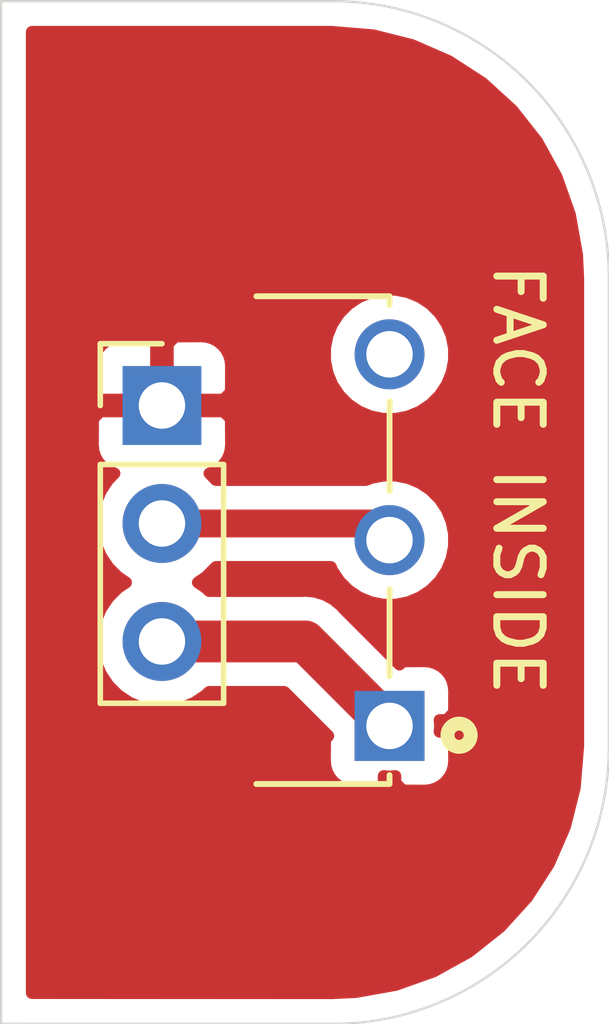
<source format=kicad_pcb>
(kicad_pcb (version 20171130) (host pcbnew "(5.1.10)-1")

  (general
    (thickness 1.6)
    (drawings 7)
    (tracks 4)
    (zones 0)
    (modules 2)
    (nets 4)
  )

  (page A4)
  (layers
    (0 F.Cu signal)
    (31 B.Cu signal)
    (32 B.Adhes user)
    (33 F.Adhes user)
    (34 B.Paste user)
    (35 F.Paste user)
    (36 B.SilkS user)
    (37 F.SilkS user)
    (38 B.Mask user)
    (39 F.Mask user)
    (40 Dwgs.User user)
    (41 Cmts.User user)
    (42 Eco1.User user)
    (43 Eco2.User user)
    (44 Edge.Cuts user)
    (45 Margin user)
    (46 B.CrtYd user)
    (47 F.CrtYd user)
    (48 B.Fab user)
    (49 F.Fab user)
  )

  (setup
    (last_trace_width 0.25)
    (user_trace_width 0.5)
    (user_trace_width 0.6)
    (user_trace_width 0.7)
    (user_trace_width 0.8)
    (user_trace_width 0.9)
    (user_trace_width 1)
    (trace_clearance 0.2)
    (zone_clearance 0.508)
    (zone_45_only no)
    (trace_min 0.2)
    (via_size 0.8)
    (via_drill 0.4)
    (via_min_size 0.4)
    (via_min_drill 0.3)
    (uvia_size 0.3)
    (uvia_drill 0.1)
    (uvias_allowed no)
    (uvia_min_size 0.2)
    (uvia_min_drill 0.1)
    (edge_width 0.05)
    (segment_width 0.2)
    (pcb_text_width 0.3)
    (pcb_text_size 1.5 1.5)
    (mod_edge_width 0.12)
    (mod_text_size 1 1)
    (mod_text_width 0.15)
    (pad_size 2.1 2.1)
    (pad_drill 1.4)
    (pad_to_mask_clearance 0)
    (aux_axis_origin 0 0)
    (visible_elements 7FFFFFFF)
    (pcbplotparams
      (layerselection 0x010f0_ffffffff)
      (usegerberextensions true)
      (usegerberattributes true)
      (usegerberadvancedattributes true)
      (creategerberjobfile true)
      (excludeedgelayer true)
      (linewidth 0.100000)
      (plotframeref false)
      (viasonmask false)
      (mode 1)
      (useauxorigin false)
      (hpglpennumber 1)
      (hpglpenspeed 20)
      (hpglpendiameter 15.000000)
      (psnegative false)
      (psa4output false)
      (plotreference true)
      (plotvalue false)
      (plotinvisibletext false)
      (padsonsilk false)
      (subtractmaskfromsilk false)
      (outputformat 1)
      (mirror false)
      (drillshape 0)
      (scaleselection 1)
      (outputdirectory "gerbers/"))
  )

  (net 0 "")
  (net 1 "Net-(J1-Pad2)")
  (net 2 GND)
  (net 3 +5V)

  (net_class Default "This is the default net class."
    (clearance 0.2)
    (trace_width 0.25)
    (via_dia 0.8)
    (via_drill 0.4)
    (uvia_dia 0.3)
    (uvia_drill 0.1)
    (add_net +5V)
    (add_net GND)
    (add_net "Net-(J1-Pad2)")
  )

  (module RV100F-30-4K1B-B10K-B301:TRIM_RV100F-30-4K1B-B10K-B301 (layer F.Cu) (tedit 610C0975) (tstamp 6105DEC5)
    (at 194.48588 142.40764 90)
    (path /6107874A)
    (fp_text reference RV1 (at -2.7432 0.11622 90) (layer B.SilkS) hide
      (effects (font (size 1 1) (thickness 0.15)) (justify mirror))
    )
    (fp_text value R_POT (at 0.89358 -0.16318 90) (layer B.Fab) hide
      (effects (font (size 1 1) (thickness 0.15)) (justify mirror))
    )
    (fp_circle (center -4.2 9) (end -4.1 9) (layer F.Fab) (width 0.3))
    (fp_circle (center -4.2 9) (end -4.1 9) (layer F.SilkS) (width 0.3))
    (fp_line (start 5.5 8.5) (end 5.5 4.725) (layer F.CrtYd) (width 0.05))
    (fp_line (start -5.5 8.5) (end 5.5 8.5) (layer F.CrtYd) (width 0.05))
    (fp_line (start -5.5 4.725) (end -5.5 8.5) (layer F.CrtYd) (width 0.05))
    (fp_line (start 5.25 7.5) (end 5.25 4.63) (layer F.SilkS) (width 0.127))
    (fp_line (start 5.06 7.5) (end 5.25 7.5) (layer F.SilkS) (width 0.127))
    (fp_line (start 2.93 7.5) (end 2.99 7.51) (layer F.SilkS) (width 0.127))
    (fp_line (start 1.06 7.5) (end 2.93 7.5) (layer F.SilkS) (width 0.127))
    (fp_line (start -2.93 7.5) (end -1.06 7.5) (layer F.SilkS) (width 0.127))
    (fp_line (start -5.25 7.5) (end -5.06 7.5) (layer F.SilkS) (width 0.127))
    (fp_line (start -5.25 4.63) (end -5.25 7.5) (layer F.SilkS) (width 0.127))
    (fp_line (start 5.25 7.5) (end 5.25 4.63) (layer F.Fab) (width 0.127))
    (fp_line (start -5.25 7.5) (end 5.25 7.5) (layer F.Fab) (width 0.127))
    (fp_line (start -5.25 4.63) (end -5.25 7.5) (layer F.Fab) (width 0.127))
    (pad 1 thru_hole rect (at -4 7.5 90) (size 1.508 1.508) (drill 1) (layers *.Cu *.Mask)
      (net 2 GND))
    (pad 2 thru_hole circle (at 0 7.5 90) (size 1.508 1.508) (drill 1) (layers *.Cu *.Mask)
      (net 1 "Net-(J1-Pad2)"))
    (pad 3 thru_hole circle (at 4 7.5 90) (size 1.508 1.508) (drill 1) (layers *.Cu *.Mask)
      (net 3 +5V))
  )

  (module Connector_PinHeader_2.54mm:PinHeader_1x03_P2.54mm_Vertical (layer F.Cu) (tedit 59FED5CC) (tstamp 6105DEA8)
    (at 197.0786 139.5095)
    (descr "Through hole straight pin header, 1x03, 2.54mm pitch, single row")
    (tags "Through hole pin header THT 1x03 2.54mm single row")
    (path /61079F4B)
    (fp_text reference J1 (at 0 -2.33) (layer F.SilkS) hide
      (effects (font (size 1 1) (thickness 0.15)))
    )
    (fp_text value " " (at 0 7.41) (layer F.Fab)
      (effects (font (size 1 1) (thickness 0.15)))
    )
    (fp_line (start 1.8 -1.8) (end -1.8 -1.8) (layer F.CrtYd) (width 0.05))
    (fp_line (start 1.8 6.85) (end 1.8 -1.8) (layer F.CrtYd) (width 0.05))
    (fp_line (start -1.8 6.85) (end 1.8 6.85) (layer F.CrtYd) (width 0.05))
    (fp_line (start -1.8 -1.8) (end -1.8 6.85) (layer F.CrtYd) (width 0.05))
    (fp_line (start -1.33 -1.33) (end 0 -1.33) (layer F.SilkS) (width 0.12))
    (fp_line (start -1.33 0) (end -1.33 -1.33) (layer F.SilkS) (width 0.12))
    (fp_line (start -1.33 1.27) (end 1.33 1.27) (layer F.SilkS) (width 0.12))
    (fp_line (start 1.33 1.27) (end 1.33 6.41) (layer F.SilkS) (width 0.12))
    (fp_line (start -1.33 1.27) (end -1.33 6.41) (layer F.SilkS) (width 0.12))
    (fp_line (start -1.33 6.41) (end 1.33 6.41) (layer F.SilkS) (width 0.12))
    (fp_line (start -1.27 -0.635) (end -0.635 -1.27) (layer F.Fab) (width 0.1))
    (fp_line (start -1.27 6.35) (end -1.27 -0.635) (layer F.Fab) (width 0.1))
    (fp_line (start 1.27 6.35) (end -1.27 6.35) (layer F.Fab) (width 0.1))
    (fp_line (start 1.27 -1.27) (end 1.27 6.35) (layer F.Fab) (width 0.1))
    (fp_line (start -0.635 -1.27) (end 1.27 -1.27) (layer F.Fab) (width 0.1))
    (fp_text user %R (at 0 2.54 90) (layer F.Fab)
      (effects (font (size 1 1) (thickness 0.15)))
    )
    (pad 1 thru_hole rect (at 0 0) (size 1.7 1.7) (drill 1) (layers *.Cu *.Mask)
      (net 2 GND))
    (pad 2 thru_hole oval (at 0 2.54) (size 1.7 1.7) (drill 1) (layers *.Cu *.Mask)
      (net 1 "Net-(J1-Pad2)"))
    (pad 3 thru_hole oval (at 0 5.08) (size 1.7 1.7) (drill 1) (layers *.Cu *.Mask)
      (net 3 +5V))
    (model ${KISYS3DMOD}/Connector_PinHeader_2.54mm.3dshapes/PinHeader_1x03_P2.54mm_Vertical.wrl
      (at (xyz 0 0 0))
      (scale (xyz 1 1 1))
      (rotate (xyz 0 0 0))
    )
  )

  (gr_line (start 200.76414 130.80492) (end 193.6115 130.80492) (layer Edge.Cuts) (width 0.05))
  (gr_line (start 206.71536 146.86788) (end 206.71536 136.7536) (layer Edge.Cuts) (width 0.05))
  (gr_arc (start 200.766929 136.7536) (end 206.71536 136.7536) (angle -90) (layer Edge.Cuts) (width 0.05) (tstamp 6118C63E))
  (gr_line (start 193.6115 152.8191) (end 200.76668 152.82164) (layer Edge.Cuts) (width 0.05))
  (gr_arc (start 200.76668 146.873209) (end 200.76668 152.82164) (angle -90) (layer Edge.Cuts) (width 0.05))
  (gr_text "FACE INSIDE" (at 204.75448 141.10462 270) (layer F.SilkS) (tstamp 6118C52C)
    (effects (font (size 1 1) (thickness 0.15)))
  )
  (gr_line (start 193.6115 130.80492) (end 193.6115 152.8191) (layer Edge.Cuts) (width 0.05))

  (segment (start 201.62774 142.0495) (end 201.98588 142.40764) (width 0.6) (layer F.Cu) (net 1))
  (segment (start 197.0786 142.0495) (end 201.62774 142.0495) (width 0.6) (layer F.Cu) (net 1))
  (segment (start 200.16774 144.5895) (end 201.98588 146.40764) (width 0.9) (layer F.Cu) (net 3))
  (segment (start 197.0786 144.5895) (end 200.16774 144.5895) (width 0.9) (layer F.Cu) (net 3))

  (zone (net 2) (net_name GND) (layer F.Cu) (tstamp 0) (hatch edge 0.508)
    (connect_pads (clearance 0.508))
    (min_thickness 0.254)
    (fill yes (arc_segments 32) (thermal_gap 0.508) (thermal_bridge_width 0.508) (smoothing fillet))
    (polygon
      (pts
        (xy 206.664459 152.83942) (xy 193.622647 152.831307) (xy 193.620107 130.819667) (xy 206.733039 130.82778)
      )
    )
    (filled_polygon
      (pts
        (xy 201.630303 131.538379) (xy 202.470492 131.749419) (xy 203.264928 132.094849) (xy 203.992279 132.565394) (xy 204.633014 133.148417)
        (xy 205.169919 133.828258) (xy 205.588581 134.58666) (xy 205.877755 135.403265) (xy 206.031705 136.267529) (xy 206.055361 136.769168)
        (xy 206.05536 146.84309) (xy 205.981901 147.736583) (xy 205.77086 148.576773) (xy 205.425431 149.371208) (xy 204.954884 150.098561)
        (xy 204.371863 150.739293) (xy 203.692023 151.276199) (xy 202.933611 151.694865) (xy 202.117015 151.984035) (xy 201.252752 152.137985)
        (xy 200.751241 152.161635) (xy 194.2715 152.159335) (xy 194.2715 140.3595) (xy 195.590528 140.3595) (xy 195.602788 140.483982)
        (xy 195.639098 140.60368) (xy 195.698063 140.713994) (xy 195.777415 140.810685) (xy 195.874106 140.890037) (xy 195.98442 140.949002)
        (xy 196.05698 140.971013) (xy 195.925125 141.102868) (xy 195.76261 141.346089) (xy 195.650668 141.616342) (xy 195.5936 141.90324)
        (xy 195.5936 142.19576) (xy 195.650668 142.482658) (xy 195.76261 142.752911) (xy 195.925125 142.996132) (xy 196.131968 143.202975)
        (xy 196.30636 143.3195) (xy 196.131968 143.436025) (xy 195.925125 143.642868) (xy 195.76261 143.886089) (xy 195.650668 144.156342)
        (xy 195.5936 144.44324) (xy 195.5936 144.73576) (xy 195.650668 145.022658) (xy 195.76261 145.292911) (xy 195.925125 145.536132)
        (xy 196.131968 145.742975) (xy 196.375189 145.90549) (xy 196.645442 146.017432) (xy 196.93234 146.0745) (xy 197.22486 146.0745)
        (xy 197.511758 146.017432) (xy 197.782011 145.90549) (xy 198.025232 145.742975) (xy 198.093707 145.6745) (xy 199.718319 145.6745)
        (xy 200.667044 146.623226) (xy 200.59688 146.69339) (xy 200.593808 147.16164) (xy 200.606068 147.286122) (xy 200.642378 147.40582)
        (xy 200.701343 147.516134) (xy 200.780695 147.612825) (xy 200.877386 147.692177) (xy 200.9877 147.751142) (xy 201.107398 147.787452)
        (xy 201.23188 147.799712) (xy 201.70013 147.79664) (xy 201.85888 147.63789) (xy 201.85888 147.48538) (xy 201.985879 147.497888)
        (xy 202.11288 147.48538) (xy 202.11288 147.63789) (xy 202.27163 147.79664) (xy 202.73988 147.799712) (xy 202.864362 147.787452)
        (xy 202.98406 147.751142) (xy 203.094374 147.692177) (xy 203.191065 147.612825) (xy 203.270417 147.516134) (xy 203.329382 147.40582)
        (xy 203.365692 147.286122) (xy 203.377952 147.16164) (xy 203.37488 146.69339) (xy 203.21613 146.53464) (xy 203.06362 146.53464)
        (xy 203.076128 146.407639) (xy 203.06362 146.28064) (xy 203.21613 146.28064) (xy 203.37488 146.12189) (xy 203.377952 145.65364)
        (xy 203.365692 145.529158) (xy 203.329382 145.40946) (xy 203.270417 145.299146) (xy 203.191065 145.202455) (xy 203.094374 145.123103)
        (xy 202.98406 145.064138) (xy 202.864362 145.027828) (xy 202.73988 145.015568) (xy 202.27163 145.01864) (xy 202.201466 145.088804)
        (xy 200.972635 143.859974) (xy 200.938662 143.818578) (xy 200.77345 143.682991) (xy 200.58496 143.582241) (xy 200.380437 143.5202)
        (xy 200.221034 143.5045) (xy 200.221026 143.5045) (xy 200.16774 143.499252) (xy 200.114454 143.5045) (xy 198.093707 143.5045)
        (xy 198.025232 143.436025) (xy 197.85084 143.3195) (xy 198.025232 143.202975) (xy 198.232075 142.996132) (xy 198.239847 142.9845)
        (xy 200.72138 142.9845) (xy 200.754964 143.065578) (xy 200.906973 143.293076) (xy 201.100444 143.486547) (xy 201.327942 143.638556)
        (xy 201.580724 143.743262) (xy 201.849075 143.79664) (xy 202.122685 143.79664) (xy 202.391036 143.743262) (xy 202.643818 143.638556)
        (xy 202.871316 143.486547) (xy 203.064787 143.293076) (xy 203.216796 143.065578) (xy 203.321502 142.812796) (xy 203.37488 142.544445)
        (xy 203.37488 142.270835) (xy 203.321502 142.002484) (xy 203.216796 141.749702) (xy 203.064787 141.522204) (xy 202.871316 141.328733)
        (xy 202.643818 141.176724) (xy 202.391036 141.072018) (xy 202.122685 141.01864) (xy 201.849075 141.01864) (xy 201.580724 141.072018)
        (xy 201.478164 141.1145) (xy 198.239847 141.1145) (xy 198.232075 141.102868) (xy 198.10022 140.971013) (xy 198.17278 140.949002)
        (xy 198.283094 140.890037) (xy 198.379785 140.810685) (xy 198.459137 140.713994) (xy 198.518102 140.60368) (xy 198.554412 140.483982)
        (xy 198.566672 140.3595) (xy 198.5636 139.79525) (xy 198.40485 139.6365) (xy 197.2056 139.6365) (xy 197.2056 139.6565)
        (xy 196.9516 139.6565) (xy 196.9516 139.6365) (xy 195.75235 139.6365) (xy 195.5936 139.79525) (xy 195.590528 140.3595)
        (xy 194.2715 140.3595) (xy 194.2715 138.6595) (xy 195.590528 138.6595) (xy 195.5936 139.22375) (xy 195.75235 139.3825)
        (xy 196.9516 139.3825) (xy 196.9516 138.18325) (xy 197.2056 138.18325) (xy 197.2056 139.3825) (xy 198.40485 139.3825)
        (xy 198.5636 139.22375) (xy 198.566672 138.6595) (xy 198.554412 138.535018) (xy 198.518102 138.41532) (xy 198.459137 138.305006)
        (xy 198.431094 138.270835) (xy 200.59688 138.270835) (xy 200.59688 138.544445) (xy 200.650258 138.812796) (xy 200.754964 139.065578)
        (xy 200.906973 139.293076) (xy 201.100444 139.486547) (xy 201.327942 139.638556) (xy 201.580724 139.743262) (xy 201.849075 139.79664)
        (xy 202.122685 139.79664) (xy 202.391036 139.743262) (xy 202.643818 139.638556) (xy 202.871316 139.486547) (xy 203.064787 139.293076)
        (xy 203.216796 139.065578) (xy 203.321502 138.812796) (xy 203.37488 138.544445) (xy 203.37488 138.270835) (xy 203.321502 138.002484)
        (xy 203.216796 137.749702) (xy 203.064787 137.522204) (xy 202.871316 137.328733) (xy 202.643818 137.176724) (xy 202.391036 137.072018)
        (xy 202.122685 137.01864) (xy 201.849075 137.01864) (xy 201.580724 137.072018) (xy 201.327942 137.176724) (xy 201.100444 137.328733)
        (xy 200.906973 137.522204) (xy 200.754964 137.749702) (xy 200.650258 138.002484) (xy 200.59688 138.270835) (xy 198.431094 138.270835)
        (xy 198.379785 138.208315) (xy 198.283094 138.128963) (xy 198.17278 138.069998) (xy 198.053082 138.033688) (xy 197.9286 138.021428)
        (xy 197.36435 138.0245) (xy 197.2056 138.18325) (xy 196.9516 138.18325) (xy 196.79285 138.0245) (xy 196.2286 138.021428)
        (xy 196.104118 138.033688) (xy 195.98442 138.069998) (xy 195.874106 138.128963) (xy 195.777415 138.208315) (xy 195.698063 138.305006)
        (xy 195.639098 138.41532) (xy 195.602788 138.535018) (xy 195.590528 138.6595) (xy 194.2715 138.6595) (xy 194.2715 131.46492)
        (xy 200.73681 131.46492)
      )
    )
  )
)

</source>
